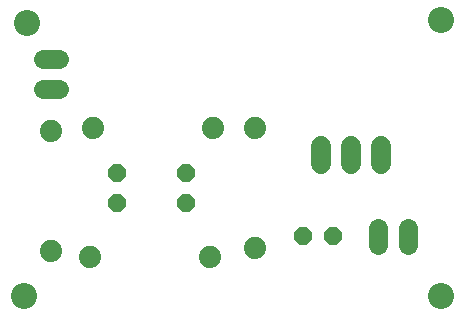
<source format=gbr>
G04 EAGLE Gerber RS-274X export*
G75*
%MOMM*%
%FSLAX34Y34*%
%LPD*%
%INSoldermask Bottom*%
%IPPOS*%
%AMOC8*
5,1,8,0,0,1.08239X$1,22.5*%
G01*
%ADD10C,2.203200*%
%ADD11C,1.625600*%
%ADD12P,1.649562X8X292.500000*%
%ADD13P,1.649562X8X202.500000*%
%ADD14C,1.879600*%
%ADD15C,1.727200*%


D10*
X17780Y246380D03*
X368300Y248920D03*
X15240Y15240D03*
X368300Y15240D03*
D11*
X340360Y58928D02*
X340360Y73152D01*
X314960Y73152D02*
X314960Y58928D01*
D12*
X93980Y119380D03*
X93980Y93980D03*
X152400Y119380D03*
X152400Y93980D03*
D13*
X276860Y66040D03*
X251460Y66040D03*
D14*
X73660Y157480D03*
X175260Y157480D03*
X210820Y55880D03*
X210820Y157480D03*
X71120Y48260D03*
X172720Y48260D03*
X38100Y53340D03*
X38100Y154940D03*
D15*
X266700Y142240D02*
X266700Y127000D01*
X292100Y127000D02*
X292100Y142240D01*
X317500Y142240D02*
X317500Y127000D01*
D11*
X45212Y215900D02*
X30988Y215900D01*
X30988Y190500D02*
X45212Y190500D01*
M02*

</source>
